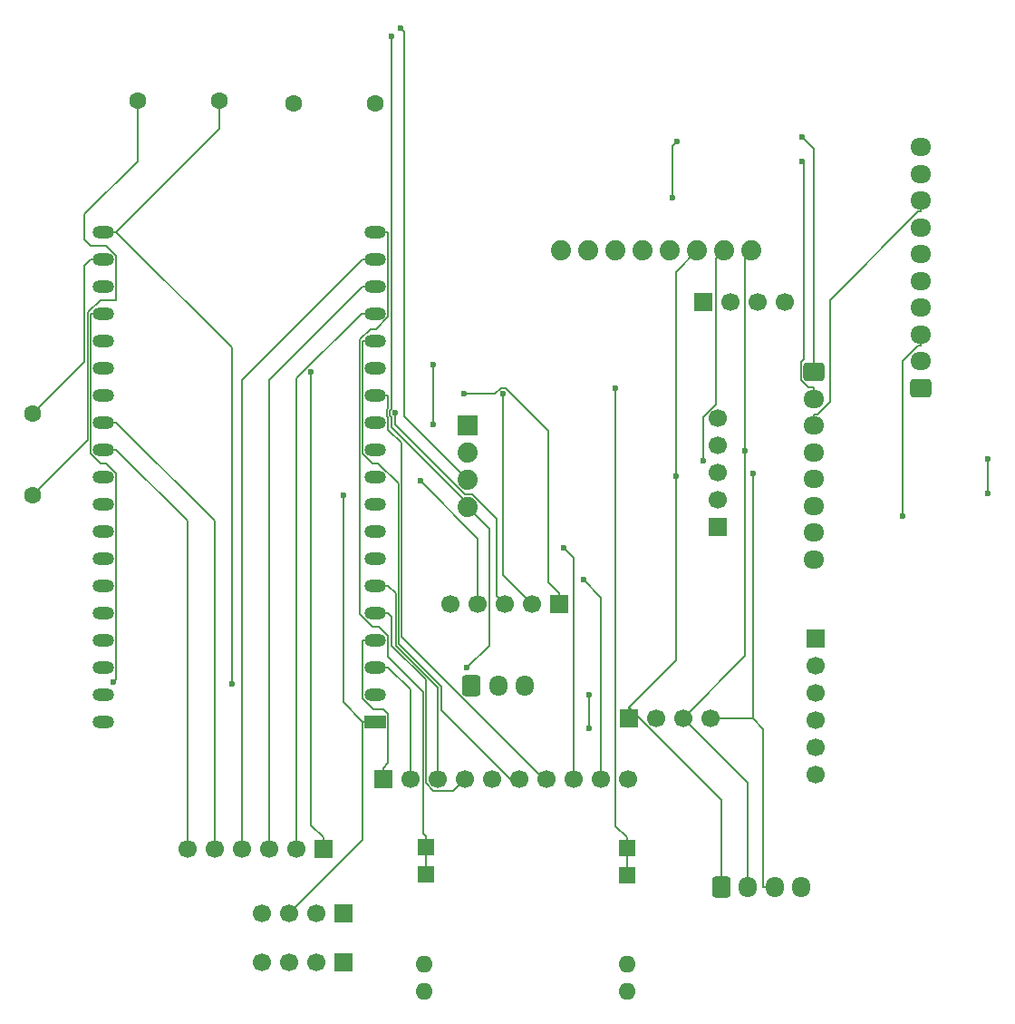
<source format=gbl>
G04 #@! TF.GenerationSoftware,KiCad,Pcbnew,9.0.6-9.0.6~ubuntu24.04.1*
G04 #@! TF.CreationDate,2026-01-15T22:16:41+01:00*
G04 #@! TF.ProjectId,tuba-electronics,74756261-2d65-46c6-9563-74726f6e6963,0*
G04 #@! TF.SameCoordinates,Original*
G04 #@! TF.FileFunction,Copper,L2,Bot*
G04 #@! TF.FilePolarity,Positive*
%FSLAX46Y46*%
G04 Gerber Fmt 4.6, Leading zero omitted, Abs format (unit mm)*
G04 Created by KiCad (PCBNEW 9.0.6-9.0.6~ubuntu24.04.1) date 2026-01-15 22:16:41*
%MOMM*%
%LPD*%
G01*
G04 APERTURE LIST*
G04 Aperture macros list*
%AMRoundRect*
0 Rectangle with rounded corners*
0 $1 Rounding radius*
0 $2 $3 $4 $5 $6 $7 $8 $9 X,Y pos of 4 corners*
0 Add a 4 corners polygon primitive as box body*
4,1,4,$2,$3,$4,$5,$6,$7,$8,$9,$2,$3,0*
0 Add four circle primitives for the rounded corners*
1,1,$1+$1,$2,$3*
1,1,$1+$1,$4,$5*
1,1,$1+$1,$6,$7*
1,1,$1+$1,$8,$9*
0 Add four rect primitives between the rounded corners*
20,1,$1+$1,$2,$3,$4,$5,0*
20,1,$1+$1,$4,$5,$6,$7,0*
20,1,$1+$1,$6,$7,$8,$9,0*
20,1,$1+$1,$8,$9,$2,$3,0*%
G04 Aperture macros list end*
G04 #@! TA.AperFunction,ComponentPad*
%ADD10RoundRect,0.250000X0.725000X-0.600000X0.725000X0.600000X-0.725000X0.600000X-0.725000X-0.600000X0*%
G04 #@! TD*
G04 #@! TA.AperFunction,ComponentPad*
%ADD11O,1.950000X1.700000*%
G04 #@! TD*
G04 #@! TA.AperFunction,ComponentPad*
%ADD12RoundRect,0.250000X-0.600000X-0.725000X0.600000X-0.725000X0.600000X0.725000X-0.600000X0.725000X0*%
G04 #@! TD*
G04 #@! TA.AperFunction,ComponentPad*
%ADD13O,1.700000X1.950000*%
G04 #@! TD*
G04 #@! TA.AperFunction,ComponentPad*
%ADD14R,1.700000X1.700000*%
G04 #@! TD*
G04 #@! TA.AperFunction,ComponentPad*
%ADD15C,1.700000*%
G04 #@! TD*
G04 #@! TA.AperFunction,ComponentPad*
%ADD16C,1.600000*%
G04 #@! TD*
G04 #@! TA.AperFunction,ComponentPad*
%ADD17R,2.000000X1.200000*%
G04 #@! TD*
G04 #@! TA.AperFunction,ComponentPad*
%ADD18O,2.000000X1.200000*%
G04 #@! TD*
G04 #@! TA.AperFunction,ComponentPad*
%ADD19R,1.879600X1.879600*%
G04 #@! TD*
G04 #@! TA.AperFunction,ComponentPad*
%ADD20C,1.879600*%
G04 #@! TD*
G04 #@! TA.AperFunction,ComponentPad*
%ADD21R,1.600000X1.600000*%
G04 #@! TD*
G04 #@! TA.AperFunction,ComponentPad*
%ADD22O,1.600000X1.600000*%
G04 #@! TD*
G04 #@! TA.AperFunction,ComponentPad*
%ADD23RoundRect,0.250000X-0.725000X0.600000X-0.725000X-0.600000X0.725000X-0.600000X0.725000X0.600000X0*%
G04 #@! TD*
G04 #@! TA.AperFunction,ViaPad*
%ADD24C,0.600000*%
G04 #@! TD*
G04 #@! TA.AperFunction,Conductor*
%ADD25C,0.127000*%
G04 #@! TD*
G04 APERTURE END LIST*
D10*
X184775000Y-85500000D03*
D11*
X184775000Y-83000000D03*
X184775000Y-80500000D03*
X184775000Y-78000000D03*
X184775000Y-75500000D03*
X184775000Y-73000000D03*
X184775000Y-70500000D03*
X184775000Y-68000000D03*
X184775000Y-65500000D03*
X184775000Y-63000000D03*
D12*
X142775000Y-113250000D03*
D13*
X145275000Y-113250000D03*
X147775000Y-113250000D03*
D14*
X164435000Y-77500000D03*
D15*
X166975000Y-77500000D03*
X169515000Y-77500000D03*
X172055000Y-77500000D03*
D14*
X157445000Y-116330000D03*
D15*
X159985000Y-116330000D03*
X162525000Y-116330000D03*
X165065000Y-116330000D03*
D16*
X101775000Y-87880000D03*
X101775000Y-95500000D03*
D17*
X133775000Y-116640000D03*
D18*
X133775000Y-114100000D03*
X133775000Y-111560000D03*
X133775000Y-109020000D03*
X133775000Y-106480000D03*
X133775000Y-103940000D03*
X133775000Y-101400000D03*
X133775000Y-98860000D03*
X133775000Y-96320000D03*
X133775000Y-93780000D03*
X133775000Y-91240000D03*
X133775000Y-88700000D03*
X133775000Y-86160000D03*
X133775000Y-83620000D03*
X133775000Y-81080000D03*
X133775000Y-78540000D03*
X133775000Y-76000000D03*
X133775000Y-73460000D03*
X133775000Y-70920000D03*
X108378680Y-70922720D03*
X108378680Y-73462720D03*
X108375000Y-76000000D03*
X108375000Y-78540000D03*
X108375000Y-81080000D03*
X108375000Y-83620000D03*
X108375000Y-86160000D03*
X108375000Y-88700000D03*
X108375000Y-91240000D03*
X108375000Y-93780000D03*
X108375000Y-96320000D03*
X108375000Y-98860000D03*
X108375000Y-101400000D03*
X108375000Y-103940000D03*
X108375000Y-106480000D03*
X108375000Y-109020000D03*
X108375000Y-111560000D03*
X108375000Y-114100000D03*
X108375000Y-116640000D03*
D14*
X174947000Y-108878000D03*
D15*
X174947000Y-111418000D03*
X174950000Y-113958000D03*
X174950000Y-116498000D03*
X174947000Y-119038000D03*
X174947000Y-121578000D03*
D14*
X150975000Y-105700000D03*
D15*
X148435000Y-105700000D03*
X145895000Y-105700000D03*
X143355000Y-105700000D03*
X140815000Y-105700000D03*
D19*
X142385000Y-88997000D03*
D20*
X142385000Y-91537000D03*
X142385000Y-94077000D03*
X142385000Y-96617000D03*
D14*
X128935000Y-128500000D03*
D15*
X126395000Y-128500000D03*
X123855000Y-128500000D03*
X121315000Y-128500000D03*
X118775000Y-128500000D03*
X116235000Y-128500000D03*
D16*
X119175000Y-58700000D03*
X111555000Y-58700000D03*
D20*
X168915000Y-72650000D03*
X166375000Y-72650000D03*
X163835000Y-72650000D03*
X161295000Y-72650000D03*
X158755000Y-72650000D03*
X156215000Y-72650000D03*
X153675000Y-72650000D03*
X151135000Y-72650000D03*
D21*
X157275000Y-128460000D03*
X157275000Y-131000000D03*
D22*
X157300400Y-139255000D03*
X157275000Y-141795000D03*
D21*
X138479000Y-128333000D03*
X138479000Y-130873000D03*
D22*
X138377400Y-139255000D03*
X138352000Y-141795000D03*
D14*
X130795000Y-134510000D03*
D15*
X128255000Y-134510000D03*
X125715000Y-134510000D03*
X123175000Y-134510000D03*
D12*
X166075000Y-132100000D03*
D13*
X168575000Y-132100000D03*
X171075000Y-132100000D03*
X173575000Y-132100000D03*
D16*
X133775000Y-58900000D03*
X126155000Y-58900000D03*
D14*
X134535000Y-122000000D03*
D15*
X137075000Y-122000000D03*
X139615000Y-122000000D03*
X142155000Y-122000000D03*
X144695000Y-122000000D03*
X147235000Y-122000000D03*
X149775000Y-122000000D03*
X152315000Y-122000000D03*
X154855000Y-122000000D03*
X157395000Y-122000000D03*
D14*
X130795000Y-139100000D03*
D15*
X128255000Y-139100000D03*
X125715000Y-139100000D03*
X123175000Y-139100000D03*
D23*
X174775000Y-84000000D03*
D11*
X174775000Y-86500000D03*
X174775000Y-89000000D03*
X174775000Y-91500000D03*
X174775000Y-94000000D03*
X174775000Y-96500000D03*
X174775000Y-99000000D03*
X174775000Y-101500000D03*
D14*
X165775000Y-98500000D03*
D15*
X165775000Y-95960000D03*
X165775000Y-93420000D03*
X165775000Y-90880000D03*
X165775000Y-88340000D03*
D24*
X161975000Y-62500000D03*
X161575000Y-67700000D03*
X139175000Y-83300000D03*
X139175000Y-88900000D03*
X153775000Y-117300000D03*
X153775000Y-114100000D03*
X190975000Y-95300000D03*
X190975000Y-92100000D03*
X161838500Y-93707300D03*
X130780900Y-95500000D03*
X156187000Y-85531000D03*
X173682400Y-62068100D03*
X183040900Y-97465800D03*
X173654400Y-64330300D03*
X135298500Y-52710300D03*
X142341100Y-111583200D03*
X168327400Y-91399700D03*
X164410400Y-92334700D03*
X136128600Y-51880300D03*
X169044800Y-93463400D03*
X120379000Y-113151500D03*
X151374200Y-100449500D03*
X109307500Y-112961800D03*
X153201900Y-103395700D03*
X145683800Y-86016500D03*
X142038900Y-86022400D03*
X135593000Y-87830400D03*
X137967000Y-94179300D03*
X127770100Y-83970600D03*
D25*
X111555000Y-64320000D02*
X106575000Y-69300000D01*
X109570180Y-77281170D02*
X108081006Y-77281170D01*
X111555000Y-58700000D02*
X111555000Y-64320000D01*
X106575000Y-69300000D02*
X106575000Y-71595390D01*
X106575000Y-71595390D02*
X107187180Y-72207570D01*
X107187180Y-72207570D02*
X108642880Y-72207570D01*
X108642880Y-72207570D02*
X109570180Y-73134870D01*
X109570180Y-73134870D02*
X109570180Y-77281170D01*
X108081006Y-77281170D02*
X106927800Y-78434376D01*
X106927800Y-78434376D02*
X106927800Y-90347200D01*
X106927800Y-90347200D02*
X101775000Y-95500000D01*
X161575000Y-62900000D02*
X161975000Y-62500000D01*
X161575000Y-67700000D02*
X161575000Y-62900000D01*
X139175000Y-88900000D02*
X139175000Y-83300000D01*
X153775000Y-114100000D02*
X153775000Y-117300000D01*
X190975000Y-92100000D02*
X190975000Y-95300000D01*
X161838500Y-74646500D02*
X161838500Y-93707300D01*
X157445000Y-115287800D02*
X166075000Y-123917800D01*
X157445000Y-116330000D02*
X157445000Y-115287800D01*
X133775000Y-116640000D02*
X132582800Y-116640000D01*
X166075000Y-123917800D02*
X166075000Y-132100000D01*
X130780900Y-114838100D02*
X132582800Y-116640000D01*
X161838500Y-110894300D02*
X157445000Y-115287800D01*
X125715000Y-134510000D02*
X132582800Y-127642200D01*
X130780900Y-95500000D02*
X130780900Y-114838100D01*
X161838500Y-93707300D02*
X161838500Y-110894300D01*
X132582800Y-127642200D02*
X132582800Y-116640000D01*
X163835000Y-72650000D02*
X161838500Y-74646500D01*
X157275000Y-127467800D02*
X156187000Y-126379800D01*
X157275000Y-128460000D02*
X157275000Y-127467800D01*
X173682400Y-62068100D02*
X174775000Y-63160700D01*
X156187000Y-126379800D02*
X156187000Y-85531000D01*
X157275000Y-128460000D02*
X157275000Y-131000000D01*
X174775000Y-63160700D02*
X174775000Y-84000000D01*
X183040900Y-82997800D02*
X184496500Y-81542200D01*
X184496500Y-81542200D02*
X184775000Y-81542200D01*
X184775000Y-80500000D02*
X184775000Y-81542200D01*
X183040900Y-97465800D02*
X183040900Y-82997800D01*
X175053400Y-87957800D02*
X176235700Y-86775500D01*
X184514500Y-69042200D02*
X184775000Y-69042200D01*
X184775000Y-68000000D02*
X184775000Y-69042200D01*
X174775000Y-89000000D02*
X174775000Y-87957800D01*
X176235700Y-86775500D02*
X176235700Y-77321000D01*
X176235700Y-77321000D02*
X184514500Y-69042200D01*
X174775000Y-87957800D02*
X175053400Y-87957800D01*
X173827200Y-64503100D02*
X173654400Y-64330300D01*
X174775000Y-85457800D02*
X174253900Y-85457800D01*
X174775000Y-86500000D02*
X174775000Y-85457800D01*
X173574600Y-84778500D02*
X173574600Y-83095000D01*
X173574600Y-83095000D02*
X173827200Y-82842400D01*
X174253900Y-85457800D02*
X173574600Y-84778500D01*
X173827200Y-82842400D02*
X173827200Y-64503100D01*
X162525000Y-116330000D02*
X168575000Y-122380000D01*
X142385000Y-96617000D02*
X144399100Y-98631100D01*
X135298500Y-87428900D02*
X135298500Y-52710300D01*
X135100800Y-88034200D02*
X135100800Y-87626600D01*
X144399100Y-109525200D02*
X142341100Y-111583200D01*
X168915000Y-72650000D02*
X168327400Y-73237600D01*
X168575000Y-122380000D02*
X168575000Y-132100000D01*
X144399100Y-98631100D02*
X144399100Y-109525200D01*
X135100800Y-87626600D02*
X135298500Y-87428900D01*
X135298600Y-88232000D02*
X135100800Y-88034200D01*
X168327400Y-73237600D02*
X168327400Y-91399700D01*
X142385000Y-96257500D02*
X135298600Y-89171100D01*
X168327400Y-91399700D02*
X168327400Y-110527600D01*
X168327400Y-110527600D02*
X162525000Y-116330000D01*
X135298600Y-89171100D02*
X135298600Y-88232000D01*
X142385000Y-96617000D02*
X142385000Y-96257500D01*
X169044800Y-116330000D02*
X165065000Y-116330000D01*
X136475600Y-88167600D02*
X142385000Y-94077000D01*
X136475500Y-52227200D02*
X136475600Y-52227200D01*
X165615100Y-73409900D02*
X165615100Y-87026100D01*
X169044800Y-116330000D02*
X170032800Y-117318000D01*
X166375000Y-72650000D02*
X165615100Y-73409900D01*
X169044800Y-93463400D02*
X169044800Y-116330000D01*
X170032800Y-117318000D02*
X170032800Y-132100000D01*
X136475600Y-52227200D02*
X136475600Y-88167600D01*
X164410400Y-88230800D02*
X164410400Y-92334700D01*
X136128600Y-51880300D02*
X136475500Y-52227200D01*
X165615100Y-87026100D02*
X164410400Y-88230800D01*
X171075000Y-132100000D02*
X170032800Y-132100000D01*
X133850400Y-79988200D02*
X133313000Y-79988200D01*
X133498300Y-107750000D02*
X134081600Y-107750000D01*
X134967200Y-108635600D02*
X134967200Y-110601800D01*
X132325500Y-80975700D02*
X132325500Y-106577200D01*
X138479000Y-128333000D02*
X138479000Y-127340800D01*
X134967200Y-70920000D02*
X134967200Y-78871400D01*
X134967200Y-78871400D02*
X133850400Y-79988200D01*
X132325500Y-106577200D02*
X133498300Y-107750000D01*
X138223300Y-113857900D02*
X138223300Y-127085100D01*
X138223300Y-127085100D02*
X138479000Y-127340800D01*
X134081600Y-107750000D02*
X134967200Y-108635600D01*
X133313000Y-79988200D02*
X132325500Y-80975700D01*
X134967200Y-110601800D02*
X138223300Y-113857900D01*
X133775000Y-70920000D02*
X134967200Y-70920000D01*
X138479000Y-130873000D02*
X138479000Y-128333000D01*
X106593000Y-74056200D02*
X107186500Y-73462700D01*
X108378700Y-73462700D02*
X107186500Y-73462700D01*
X101775000Y-87880000D02*
X106593000Y-83062000D01*
X106593000Y-83062000D02*
X106593000Y-74056200D01*
X119175000Y-58700000D02*
X119175000Y-61318600D01*
X109570900Y-70922700D02*
X120379000Y-81730800D01*
X108378700Y-70922700D02*
X109570900Y-70922700D01*
X119175000Y-61318600D02*
X109570900Y-70922700D01*
X120379000Y-81730800D02*
X120379000Y-113151500D01*
X152315000Y-101390300D02*
X152315000Y-122000000D01*
X151374200Y-100449500D02*
X152315000Y-101390300D01*
X134967200Y-111560000D02*
X137075000Y-113667800D01*
X133775000Y-111560000D02*
X134967200Y-111560000D01*
X137075000Y-113667800D02*
X137075000Y-122000000D01*
X139615000Y-122000000D02*
X139615000Y-113461000D01*
X135709100Y-104681900D02*
X134967200Y-103940000D01*
X135709100Y-109555100D02*
X135709100Y-104681900D01*
X139615000Y-113461000D02*
X135709100Y-109555100D01*
X133775000Y-103940000D02*
X134967200Y-103940000D01*
X139961500Y-115594300D02*
X139961500Y-113357600D01*
X135964800Y-109360900D02*
X135964800Y-94439800D01*
X147235000Y-122000000D02*
X146367200Y-122000000D01*
X132582800Y-91601800D02*
X132582800Y-81080000D01*
X146367200Y-122000000D02*
X139961500Y-115594300D01*
X134035000Y-92510000D02*
X133491000Y-92510000D01*
X133491000Y-92510000D02*
X132582800Y-91601800D01*
X135964800Y-94439800D02*
X134035000Y-92510000D01*
X139961500Y-113357600D02*
X135964800Y-109360900D01*
X133775000Y-81080000D02*
X132582800Y-81080000D01*
X134967200Y-89378800D02*
X134967200Y-88262200D01*
X149775000Y-122000000D02*
X149524100Y-122000000D01*
X136220500Y-90632100D02*
X134967200Y-89378800D01*
X134845100Y-88140100D02*
X134845100Y-87520700D01*
X133775000Y-86160000D02*
X134967200Y-86160000D01*
X134967200Y-87398600D02*
X134967200Y-86160000D01*
X134845100Y-87520700D02*
X134967200Y-87398600D01*
X136220500Y-108696400D02*
X136220500Y-90632100D01*
X149524100Y-122000000D02*
X136220500Y-108696400D01*
X134967200Y-88262200D02*
X134845100Y-88140100D01*
X138516200Y-122379500D02*
X138516200Y-112723800D01*
X135326400Y-106839200D02*
X134967200Y-106480000D01*
X141083100Y-123071900D02*
X139208600Y-123071900D01*
X138516200Y-112723800D02*
X135326400Y-109534000D01*
X135326400Y-109534000D02*
X135326400Y-106839200D01*
X142155000Y-122000000D02*
X141083100Y-123071900D01*
X133775000Y-106480000D02*
X134967200Y-106480000D01*
X139208600Y-123071900D02*
X138516200Y-122379500D01*
X107182800Y-91599600D02*
X107182800Y-78540000D01*
X108375000Y-78540000D02*
X107182800Y-78540000D01*
X109567200Y-112702100D02*
X109567200Y-93438700D01*
X108638500Y-92510000D02*
X108093200Y-92510000D01*
X109307500Y-112961800D02*
X109567200Y-112702100D01*
X108093200Y-92510000D02*
X107182800Y-91599600D01*
X109567200Y-93438700D02*
X108638500Y-92510000D01*
X133585500Y-115459900D02*
X134534400Y-115459900D01*
X133775000Y-109020000D02*
X132582800Y-109020000D01*
X134534400Y-115459900D02*
X134967200Y-115892700D01*
X134967200Y-115892700D02*
X134967200Y-120525600D01*
X134535000Y-122000000D02*
X134535000Y-120957800D01*
X132582800Y-114457200D02*
X133585500Y-115459900D01*
X134967200Y-120525600D02*
X134535000Y-120957800D01*
X132582800Y-109020000D02*
X132582800Y-114457200D01*
X153201900Y-103395700D02*
X154855000Y-105048800D01*
X154855000Y-105048800D02*
X154855000Y-122000000D01*
X145683800Y-86016500D02*
X145683800Y-102948800D01*
X145683800Y-102948800D02*
X148435000Y-105700000D01*
X145920100Y-85506400D02*
X145497600Y-85506400D01*
X145497600Y-85506400D02*
X144981600Y-86022400D01*
X144981600Y-86022400D02*
X142038900Y-86022400D01*
X149932800Y-89519100D02*
X145920100Y-85506400D01*
X149932800Y-103615600D02*
X149932800Y-89519100D01*
X150975000Y-105700000D02*
X150975000Y-104657800D01*
X150975000Y-104657800D02*
X149932800Y-103615600D01*
X145130800Y-97722000D02*
X142845700Y-95436900D01*
X135593000Y-88892600D02*
X135593000Y-87830400D01*
X145895000Y-105700000D02*
X145130800Y-104935800D01*
X142137300Y-95436900D02*
X135593000Y-88892600D01*
X145130800Y-104935800D02*
X145130800Y-97722000D01*
X142845700Y-95436900D02*
X142137300Y-95436900D01*
X143355000Y-105700000D02*
X143355000Y-99567300D01*
X143355000Y-99567300D02*
X137967000Y-94179300D01*
X116235000Y-97907800D02*
X109567200Y-91240000D01*
X108375000Y-91240000D02*
X109567200Y-91240000D01*
X116235000Y-128500000D02*
X116235000Y-97907800D01*
X133775000Y-78540000D02*
X132582800Y-78540000D01*
X126395000Y-84617800D02*
X132472800Y-78540000D01*
X126395000Y-128500000D02*
X126395000Y-84617800D01*
X132472800Y-78540000D02*
X132582800Y-78540000D01*
X123855000Y-128500000D02*
X123855000Y-84727800D01*
X133775000Y-76000000D02*
X132582800Y-76000000D01*
X123855000Y-84727800D02*
X132582800Y-76000000D01*
X108375000Y-88700000D02*
X109567200Y-88700000D01*
X118775000Y-97907800D02*
X109567200Y-88700000D01*
X118775000Y-128500000D02*
X118775000Y-97907800D01*
X121315000Y-84727800D02*
X132582800Y-73460000D01*
X121315000Y-128500000D02*
X121315000Y-84727800D01*
X133775000Y-73460000D02*
X132582800Y-73460000D01*
X128935000Y-128500000D02*
X128935000Y-127457800D01*
X128935000Y-127457800D02*
X127770100Y-126292900D01*
X127770100Y-126292900D02*
X127770100Y-83970600D01*
M02*

</source>
